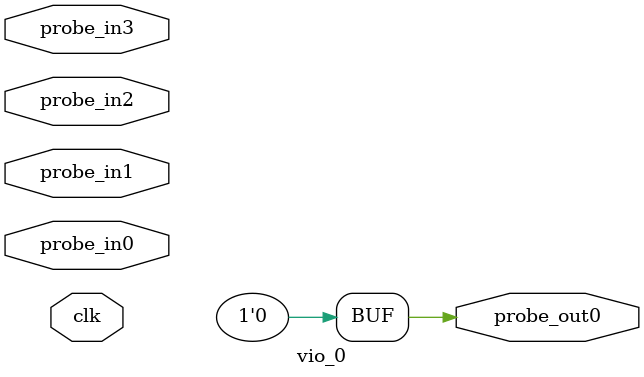
<source format=v>
`timescale 1ns / 1ps
module vio_0 (
clk,
probe_in0,probe_in1,probe_in2,probe_in3,
probe_out0
);

input clk;
input [1 : 0] probe_in0;
input [23 : 0] probe_in1;
input [7 : 0] probe_in2;
input [31 : 0] probe_in3;

output reg [0 : 0] probe_out0 = 'h0 ;


endmodule

</source>
